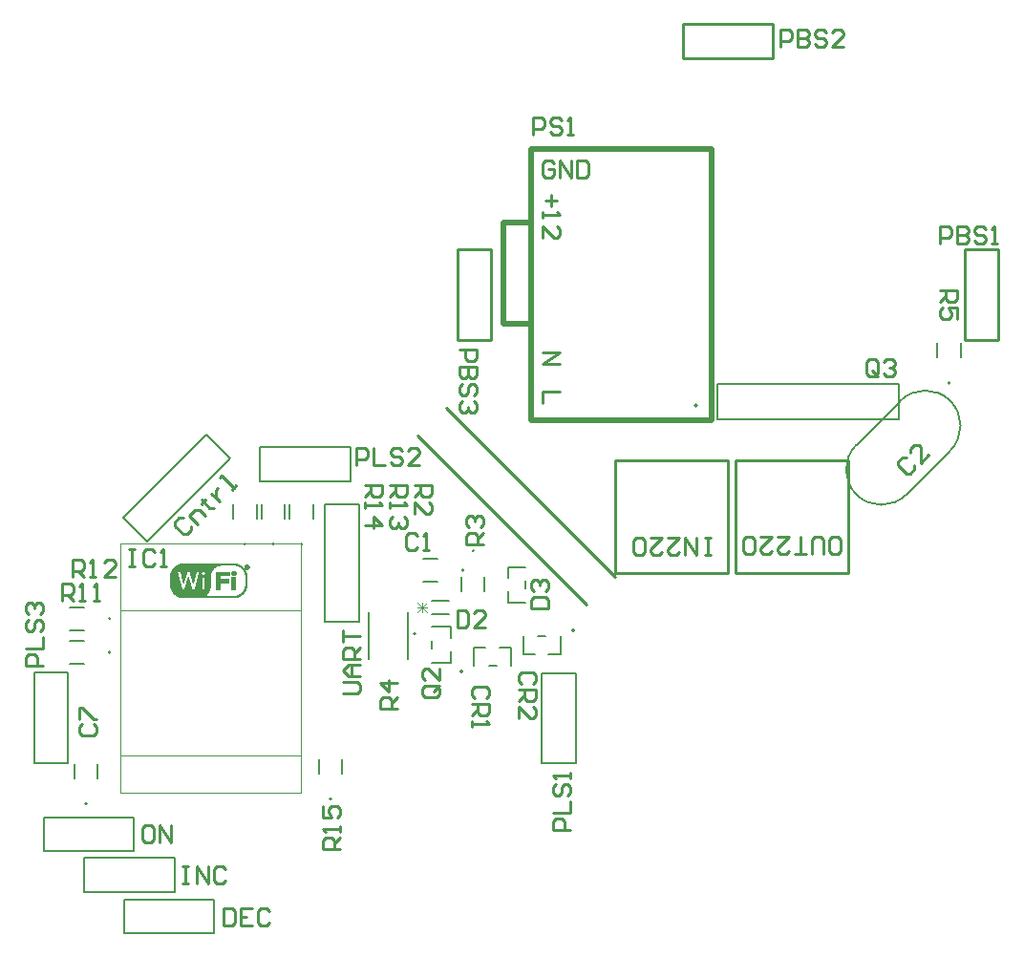
<source format=gto>
G04 Layer_Color=65535*
%FSLAX44Y44*%
%MOMM*%
G71*
G01*
G75*
%ADD21C,0.5000*%
%ADD44C,0.1524*%
%ADD45C,0.1500*%
%ADD46C,0.2540*%
%ADD47C,0.1000*%
%ADD48C,0.0127*%
%ADD49C,0.0762*%
D21*
X451000Y754000D02*
X611000D01*
Y514000D02*
Y754000D01*
X451000Y514000D02*
Y754000D01*
Y514000D02*
X611000D01*
X426000Y689000D02*
X451000D01*
X426000Y599000D02*
Y689000D01*
Y599000D02*
X451000D01*
D44*
X348036Y324525D02*
G03*
X348036Y324525I-762J0D01*
G01*
X390662Y381000D02*
G03*
X390662Y381000I-762J0D01*
G01*
X247762Y404100D02*
G03*
X247762Y404100I-762J0D01*
G01*
X399762Y397900D02*
G03*
X399762Y397900I-762J0D01*
G01*
X821762Y547100D02*
G03*
X821762Y547100I-762J0D01*
G01*
X822095Y486912D02*
G03*
X822095Y531095I-22091J22091D01*
G01*
D02*
G03*
X777912Y531095I-22091J-22091D01*
G01*
X738938Y492121D02*
G03*
X783121Y447938I22091J-22091D01*
G01*
X598245Y527000D02*
G03*
X598245Y527000I-1270J0D01*
G01*
X197762Y404100D02*
G03*
X197762Y404100I-762J0D01*
G01*
X222762D02*
G03*
X222762Y404100I-762J0D01*
G01*
X489210Y327622D02*
G03*
X489210Y327622I-1270J0D01*
G01*
X389830Y291206D02*
G03*
X389830Y291206I-1270J0D01*
G01*
X77662Y338000D02*
G03*
X77662Y338000I-762J0D01*
G01*
Y308000D02*
G03*
X77662Y308000I-762J0D01*
G01*
X56762Y174100D02*
G03*
X56762Y174100I-762J0D01*
G01*
X273762Y178100D02*
G03*
X273762Y178100I-762J0D01*
G01*
X379095Y321040D02*
Y331256D01*
X362585Y318485D02*
X362585Y311515D01*
Y298744D02*
X379095Y298744D01*
Y308960D01*
X362585Y331256D02*
X379095Y331256D01*
X354678Y370713D02*
X367323D01*
X354678Y391287D02*
X367323D01*
X306728Y343801D02*
X306728Y302199D01*
X341272D02*
X341272Y343801D01*
X362253Y342285D02*
X377747D01*
X362253Y353715D02*
X377747D01*
X236713Y426678D02*
Y439323D01*
X257287Y426678D02*
Y439323D01*
X409287Y362677D02*
Y375322D01*
X388713Y362677D02*
Y375322D01*
X430253Y352252D02*
X445747D01*
X430253Y374121D02*
X430253Y383748D01*
X445747D01*
Y364621D02*
Y371379D01*
X430253Y361879D02*
X430253Y352252D01*
X831287Y582323D02*
X831287Y569677D01*
X810713Y569678D02*
Y582323D01*
X783121Y447938D02*
X822095Y486912D01*
X738938Y492121D02*
X777912Y531095D01*
X615400Y514300D02*
X776690D01*
Y546050D01*
X615400D02*
X776690D01*
X615400Y514300D02*
Y546050D01*
X186713Y426678D02*
Y439323D01*
X207287Y426678D02*
Y439323D01*
X211713Y426678D02*
Y439323D01*
X232287Y426678D02*
Y439323D01*
X476510Y306159D02*
X476510Y322669D01*
X443490Y306159D02*
X453833D01*
X443490Y322669D02*
X443490Y306159D01*
X456667Y322669D02*
X463333D01*
X466167Y306159D02*
X476510D01*
X399990Y296159D02*
X399990Y312669D01*
X422667D02*
X433010D01*
X433010Y296159D01*
X413167D02*
X419833D01*
X399990Y312669D02*
X410333D01*
X41677Y327713D02*
X54323D01*
X41677Y348287D02*
X54323D01*
X41677Y297713D02*
X54323D01*
X41677Y318287D02*
X54323D01*
X45713Y196677D02*
Y209322D01*
X66287Y196677D02*
Y209322D01*
X262713Y200678D02*
Y213323D01*
X283287Y200678D02*
Y213323D01*
D45*
X290250Y460050D02*
Y490050D01*
X210250D02*
X290250D01*
X210250Y460050D02*
X290250D01*
X210250D02*
Y490050D01*
X89392Y427605D02*
X163072Y501286D01*
X110605Y406392D02*
X184286Y480073D01*
X89392Y427605D02*
X110605Y406392D01*
X163108Y501321D02*
X184321Y480108D01*
X298000Y334800D02*
Y439000D01*
X268000Y334800D02*
Y439000D01*
X298000D01*
X268000Y334750D02*
X298000D01*
X460050Y209750D02*
X490050D01*
Y289750D01*
X460050Y209750D02*
Y289750D01*
X490050D01*
X9950Y290250D02*
X39950D01*
X9950Y210250D02*
Y290250D01*
X39950Y210250D02*
Y290250D01*
X9950Y210250D02*
X39950D01*
X18750Y161950D02*
X18750Y131950D01*
X98750D01*
X18750Y161950D02*
X98750D01*
Y131950D02*
Y161950D01*
X54580Y95720D02*
Y125720D01*
Y95720D02*
X134580D01*
X54580Y125720D02*
X134580D01*
Y95720D02*
Y125720D01*
X89750Y58950D02*
Y88950D01*
Y58950D02*
X169750Y58950D01*
X89750Y88950D02*
X169750Y88950D01*
Y58950D02*
Y88950D01*
D46*
X375000Y525000D02*
X525000Y375000D01*
X350000Y500000D02*
X500000Y350000D01*
X632000Y378000D02*
Y478000D01*
X732000D01*
X632000Y378000D02*
X732000D01*
Y478000D01*
X525000Y378000D02*
Y478000D01*
X625000D01*
X525000Y378000D02*
X625000D01*
Y478000D01*
X585000Y865000D02*
X665000D01*
X585000Y835000D02*
Y865000D01*
Y835000D02*
X665000D01*
Y865000D01*
X385000Y585000D02*
Y665000D01*
Y585000D02*
X415000Y585000D01*
X415000Y665000D01*
X385000D02*
X415000D01*
X865000Y585000D02*
Y665000D01*
X835000D02*
X865000D01*
X835000Y585000D02*
Y665000D01*
Y585000D02*
X865000D01*
X350157Y411696D02*
X347617Y414235D01*
X342539D01*
X340000Y411696D01*
Y401539D01*
X342539Y399000D01*
X347617D01*
X350157Y401539D01*
X355235Y399000D02*
X360313D01*
X357774D01*
Y414235D01*
X355235Y411696D01*
X332000Y258000D02*
X316765D01*
Y265618D01*
X319304Y268157D01*
X324383D01*
X326922Y265618D01*
Y258000D01*
Y263078D02*
X332000Y268157D01*
Y280853D02*
X316765D01*
X324383Y273235D01*
Y283392D01*
X717483Y395590D02*
X722561D01*
X725100Y398129D01*
Y408286D01*
X722561Y410825D01*
X717483D01*
X714944Y408286D01*
Y398129D01*
X717483Y395590D01*
X709865D02*
Y408286D01*
X707326Y410825D01*
X702248D01*
X699709Y408286D01*
Y395590D01*
X694630D02*
X684474D01*
X689552D01*
Y410825D01*
X669239D02*
X679395D01*
X669239Y400668D01*
Y398129D01*
X671778Y395590D01*
X676856D01*
X679395Y398129D01*
X654004Y410825D02*
X664160D01*
X654004Y400668D01*
Y398129D01*
X656543Y395590D01*
X661621D01*
X664160Y398129D01*
X648925D02*
X646386Y395590D01*
X641308D01*
X638768Y398129D01*
Y408286D01*
X641308Y410825D01*
X646386D01*
X648925Y408286D01*
Y398129D01*
X610000Y394765D02*
X604922D01*
X607461D01*
Y410000D01*
X610000D01*
X604922D01*
X597304D02*
Y394765D01*
X587147Y410000D01*
Y394765D01*
X571912Y410000D02*
X582069D01*
X571912Y399843D01*
Y397304D01*
X574451Y394765D01*
X579530D01*
X582069Y397304D01*
X556677Y410000D02*
X566834D01*
X556677Y399843D01*
Y397304D01*
X559216Y394765D01*
X564295D01*
X566834Y397304D01*
X551599D02*
X549060Y394765D01*
X543981D01*
X541442Y397304D01*
Y407461D01*
X543981Y410000D01*
X549060D01*
X551599Y407461D01*
Y397304D01*
X283765Y272000D02*
X296461D01*
X299000Y274539D01*
Y279618D01*
X296461Y282157D01*
X283765D01*
X299000Y287235D02*
X288843D01*
X283765Y292313D01*
X288843Y297392D01*
X299000D01*
X291383D01*
Y287235D01*
X299000Y302470D02*
X283765D01*
Y310088D01*
X286304Y312627D01*
X291383D01*
X293922Y310088D01*
Y302470D01*
Y307549D02*
X299000Y312627D01*
X283765Y317705D02*
Y327862D01*
Y322784D01*
X299000D01*
X281000Y134000D02*
X265765D01*
Y141617D01*
X268304Y144157D01*
X273382D01*
X275922Y141617D01*
Y134000D01*
Y139078D02*
X281000Y144157D01*
Y149235D02*
Y154313D01*
Y151774D01*
X265765D01*
X268304Y149235D01*
X265765Y172088D02*
Y161931D01*
X273382D01*
X270843Y167009D01*
Y169548D01*
X273382Y172088D01*
X278461D01*
X281000Y169548D01*
Y164470D01*
X278461Y161931D01*
X303000Y456000D02*
X318235D01*
Y448382D01*
X315696Y445843D01*
X310618D01*
X308078Y448382D01*
Y456000D01*
Y450922D02*
X303000Y445843D01*
Y440765D02*
Y435687D01*
Y438226D01*
X318235D01*
X315696Y440765D01*
X303000Y420452D02*
X318235D01*
X310618Y428069D01*
Y417912D01*
X325000Y456000D02*
X340235D01*
Y448382D01*
X337696Y445843D01*
X332617D01*
X330078Y448382D01*
Y456000D01*
Y450922D02*
X325000Y445843D01*
Y440765D02*
Y435687D01*
Y438226D01*
X340235D01*
X337696Y440765D01*
Y428069D02*
X340235Y425530D01*
Y420452D01*
X337696Y417912D01*
X335157D01*
X332617Y420452D01*
Y422991D01*
Y420452D01*
X330078Y417912D01*
X327539D01*
X325000Y420452D01*
Y425530D01*
X327539Y428069D01*
X44000Y375000D02*
Y390235D01*
X51617D01*
X54157Y387696D01*
Y382617D01*
X51617Y380078D01*
X44000D01*
X49078D02*
X54157Y375000D01*
X59235D02*
X64313D01*
X61774D01*
Y390235D01*
X59235Y387696D01*
X82088Y375000D02*
X71931D01*
X82088Y385157D01*
Y387696D01*
X79549Y390235D01*
X74470D01*
X71931Y387696D01*
X35000Y354000D02*
Y369235D01*
X42618D01*
X45157Y366696D01*
Y361618D01*
X42618Y359078D01*
X35000D01*
X40078D02*
X45157Y354000D01*
X50235D02*
X55313D01*
X52774D01*
Y369235D01*
X50235Y366696D01*
X62931Y354000D02*
X68009D01*
X65470D01*
Y369235D01*
X62931Y366696D01*
X813000Y629000D02*
X828235D01*
Y621382D01*
X825696Y618843D01*
X820618D01*
X818078Y621382D01*
Y629000D01*
Y623922D02*
X813000Y618843D01*
X828235Y603608D02*
Y613765D01*
X820618D01*
X823157Y608687D01*
Y606147D01*
X820618Y603608D01*
X815539D01*
X813000Y606147D01*
Y611226D01*
X815539Y613765D01*
X408000Y404000D02*
X392765D01*
Y411618D01*
X395304Y414157D01*
X400382D01*
X402922Y411618D01*
Y404000D01*
Y409078D02*
X408000Y414157D01*
X395304Y419235D02*
X392765Y421774D01*
Y426853D01*
X395304Y429392D01*
X397843D01*
X400382Y426853D01*
Y424313D01*
Y426853D01*
X402922Y429392D01*
X405461D01*
X408000Y426853D01*
Y421774D01*
X405461Y419235D01*
X347000Y456000D02*
X362235D01*
Y448382D01*
X359696Y445843D01*
X354618D01*
X352078Y448382D01*
Y456000D01*
Y450922D02*
X347000Y445843D01*
Y430608D02*
Y440765D01*
X357157Y430608D01*
X359696D01*
X362235Y433147D01*
Y438226D01*
X359696Y440765D01*
X758157Y555539D02*
Y565696D01*
X755618Y568235D01*
X750539D01*
X748000Y565696D01*
Y555539D01*
X750539Y553000D01*
X755618D01*
X753078Y558078D02*
X758157Y553000D01*
X755618D02*
X758157Y555539D01*
X763235Y565696D02*
X765774Y568235D01*
X770853D01*
X773392Y565696D01*
Y563157D01*
X770853Y560617D01*
X768313D01*
X770853D01*
X773392Y558078D01*
Y555539D01*
X770853Y553000D01*
X765774D01*
X763235Y555539D01*
X366461Y278157D02*
X356304D01*
X353765Y275618D01*
Y270539D01*
X356304Y268000D01*
X366461D01*
X369000Y270539D01*
Y275618D01*
X363922Y273078D02*
X369000Y278157D01*
Y275618D02*
X366461Y278157D01*
X369000Y293392D02*
Y283235D01*
X358843Y293392D01*
X356304D01*
X353765Y290853D01*
Y285774D01*
X356304Y283235D01*
X18000Y296000D02*
X2765D01*
Y303617D01*
X5304Y306157D01*
X10382D01*
X12922Y303617D01*
Y296000D01*
X2765Y311235D02*
X18000D01*
Y321392D01*
X5304Y336627D02*
X2765Y334088D01*
Y329009D01*
X5304Y326470D01*
X7843D01*
X10382Y329009D01*
Y334088D01*
X12922Y336627D01*
X15461D01*
X18000Y334088D01*
Y329009D01*
X15461Y326470D01*
X5304Y341705D02*
X2765Y344244D01*
Y349323D01*
X5304Y351862D01*
X7843D01*
X10382Y349323D01*
Y346784D01*
Y349323D01*
X12922Y351862D01*
X15461D01*
X18000Y349323D01*
Y344244D01*
X15461Y341705D01*
X296000Y474000D02*
Y489235D01*
X303617D01*
X306157Y486696D01*
Y481618D01*
X303617Y479078D01*
X296000D01*
X311235Y489235D02*
Y474000D01*
X321392D01*
X336627Y486696D02*
X334088Y489235D01*
X329009D01*
X326470Y486696D01*
Y484157D01*
X329009Y481618D01*
X334088D01*
X336627Y479078D01*
Y476539D01*
X334088Y474000D01*
X329009D01*
X326470Y476539D01*
X351862Y474000D02*
X341705D01*
X351862Y484157D01*
Y486696D01*
X349323Y489235D01*
X344244D01*
X341705Y486696D01*
X485000Y151000D02*
X469765D01*
Y158617D01*
X472304Y161157D01*
X477383D01*
X479922Y158617D01*
Y151000D01*
X469765Y166235D02*
X485000D01*
Y176392D01*
X472304Y191627D02*
X469765Y189088D01*
Y184009D01*
X472304Y181470D01*
X474843D01*
X477383Y184009D01*
Y189088D01*
X479922Y191627D01*
X482461D01*
X485000Y189088D01*
Y184009D01*
X482461Y181470D01*
X485000Y196705D02*
Y201784D01*
Y199244D01*
X469765D01*
X472304Y196705D01*
X387000Y576600D02*
X402235D01*
Y568983D01*
X399696Y566443D01*
X394618D01*
X392078Y568983D01*
Y576600D01*
X402235Y561365D02*
X387000D01*
Y553747D01*
X389539Y551208D01*
X392078D01*
X394618Y553747D01*
Y561365D01*
Y553747D01*
X397157Y551208D01*
X399696D01*
X402235Y553747D01*
Y561365D01*
X399696Y535973D02*
X402235Y538512D01*
Y543591D01*
X399696Y546130D01*
X397157D01*
X394618Y543591D01*
Y538512D01*
X392078Y535973D01*
X389539D01*
X387000Y538512D01*
Y543591D01*
X389539Y546130D01*
X399696Y530895D02*
X402235Y528356D01*
Y523277D01*
X399696Y520738D01*
X397157D01*
X394618Y523277D01*
Y525816D01*
Y523277D01*
X392078Y520738D01*
X389539D01*
X387000Y523277D01*
Y528356D01*
X389539Y530895D01*
X671200Y845000D02*
Y860235D01*
X678818D01*
X681357Y857696D01*
Y852617D01*
X678818Y850078D01*
X671200D01*
X686435Y860235D02*
Y845000D01*
X694053D01*
X696592Y847539D01*
Y850078D01*
X694053Y852617D01*
X686435D01*
X694053D01*
X696592Y855157D01*
Y857696D01*
X694053Y860235D01*
X686435D01*
X711827Y857696D02*
X709288Y860235D01*
X704209D01*
X701670Y857696D01*
Y855157D01*
X704209Y852617D01*
X709288D01*
X711827Y850078D01*
Y847539D01*
X709288Y845000D01*
X704209D01*
X701670Y847539D01*
X727062Y845000D02*
X716905D01*
X727062Y855157D01*
Y857696D01*
X724523Y860235D01*
X719444D01*
X716905Y857696D01*
X813000Y670400D02*
Y685635D01*
X820618D01*
X823157Y683096D01*
Y678018D01*
X820618Y675478D01*
X813000D01*
X828235Y685635D02*
Y670400D01*
X835853D01*
X838392Y672939D01*
Y675478D01*
X835853Y678018D01*
X828235D01*
X835853D01*
X838392Y680557D01*
Y683096D01*
X835853Y685635D01*
X828235D01*
X853627Y683096D02*
X851088Y685635D01*
X846009D01*
X843470Y683096D01*
Y680557D01*
X846009Y678018D01*
X851088D01*
X853627Y675478D01*
Y672939D01*
X851088Y670400D01*
X846009D01*
X843470Y672939D01*
X858705Y670400D02*
X863783D01*
X861244D01*
Y685635D01*
X858705Y683096D01*
X113617Y155235D02*
X108539D01*
X106000Y152696D01*
Y142539D01*
X108539Y140000D01*
X113617D01*
X116157Y142539D01*
Y152696D01*
X113617Y155235D01*
X121235Y140000D02*
Y155235D01*
X131392Y140000D01*
Y155235D01*
X142000Y118235D02*
X147078D01*
X144539D01*
Y103000D01*
X142000D01*
X147078D01*
X154696D02*
Y118235D01*
X164853Y103000D01*
Y118235D01*
X180088Y115696D02*
X177549Y118235D01*
X172470D01*
X169931Y115696D01*
Y105539D01*
X172470Y103000D01*
X177549D01*
X180088Y105539D01*
X94000Y399235D02*
X99078D01*
X96539D01*
Y384000D01*
X94000D01*
X99078D01*
X116853Y396696D02*
X114313Y399235D01*
X109235D01*
X106696Y396696D01*
Y386539D01*
X109235Y384000D01*
X114313D01*
X116853Y386539D01*
X121931Y384000D02*
X127009D01*
X124470D01*
Y399235D01*
X121931Y396696D01*
X178000Y81235D02*
Y66000D01*
X185618D01*
X188157Y68539D01*
Y78696D01*
X185618Y81235D01*
X178000D01*
X203392D02*
X193235D01*
Y66000D01*
X203392D01*
X193235Y73618D02*
X198313D01*
X218627Y78696D02*
X216088Y81235D01*
X211009D01*
X208470Y78696D01*
Y68539D01*
X211009Y66000D01*
X216088D01*
X218627Y68539D01*
X450765Y347000D02*
X466000D01*
Y354618D01*
X463461Y357157D01*
X453304D01*
X450765Y354618D01*
Y347000D01*
X453304Y362235D02*
X450765Y364774D01*
Y369853D01*
X453304Y372392D01*
X455843D01*
X458382Y369853D01*
Y367313D01*
Y369853D01*
X460922Y372392D01*
X463461D01*
X466000Y369853D01*
Y364774D01*
X463461Y362235D01*
X385000Y345235D02*
Y330000D01*
X392617D01*
X395157Y332539D01*
Y342696D01*
X392617Y345235D01*
X385000D01*
X410392Y330000D02*
X400235D01*
X410392Y340157D01*
Y342696D01*
X407853Y345235D01*
X402774D01*
X400235Y342696D01*
X410696Y267843D02*
X413235Y270382D01*
Y275461D01*
X410696Y278000D01*
X400539D01*
X398000Y275461D01*
Y270382D01*
X400539Y267843D01*
X398000Y262765D02*
X413235D01*
Y255147D01*
X410696Y252608D01*
X405617D01*
X403078Y255147D01*
Y262765D01*
Y257687D02*
X398000Y252608D01*
Y247530D02*
Y242451D01*
Y244991D01*
X413235D01*
X410696Y247530D01*
X142205Y427159D02*
X138614D01*
X135023Y423568D01*
Y419977D01*
X142205Y412795D01*
X145795D01*
X149386Y416386D01*
Y419977D01*
X154773Y421773D02*
X147591Y428955D01*
X152977Y434341D01*
X156568D01*
X161955Y428955D01*
X158364Y443318D02*
X160159Y441523D01*
X158364Y439728D01*
X161955Y443318D01*
X160159Y441523D01*
X165546Y436137D01*
X169137Y436137D01*
X167341Y448705D02*
X174523Y441523D01*
X170932Y445114D01*
Y448705D01*
Y452296D01*
X172728Y454091D01*
X185296Y452296D02*
X188887Y455887D01*
X187091Y454091D01*
X176318Y464864D01*
X174523Y463069D01*
X52304Y244157D02*
X49765Y241618D01*
Y236539D01*
X52304Y234000D01*
X62461D01*
X65000Y236539D01*
Y241618D01*
X62461Y244157D01*
X49765Y249235D02*
Y259392D01*
X52304D01*
X62461Y249235D01*
X65000D01*
X783204Y481159D02*
X779614D01*
X776023Y477568D01*
Y473977D01*
X783204Y466796D01*
X786796D01*
X790386Y470386D01*
Y473977D01*
X802955Y482955D02*
X795773Y475773D01*
Y490137D01*
X793977Y491932D01*
X790386D01*
X786796Y488341D01*
Y484750D01*
X452696Y279843D02*
X455235Y282383D01*
Y287461D01*
X452696Y290000D01*
X442539D01*
X440000Y287461D01*
Y282383D01*
X442539Y279843D01*
X440000Y274765D02*
X455235D01*
Y267147D01*
X452696Y264608D01*
X447617D01*
X445078Y267147D01*
Y274765D01*
Y269687D02*
X440000Y264608D01*
Y249373D02*
Y259530D01*
X450157Y249373D01*
X452696D01*
X455235Y251912D01*
Y256991D01*
X452696Y259530D01*
X452000Y767000D02*
Y782235D01*
X459618D01*
X462157Y779696D01*
Y774617D01*
X459618Y772078D01*
X452000D01*
X477392Y779696D02*
X474853Y782235D01*
X469774D01*
X467235Y779696D01*
Y777157D01*
X469774Y774617D01*
X474853D01*
X477392Y772078D01*
Y769539D01*
X474853Y767000D01*
X469774D01*
X467235Y769539D01*
X482470Y767000D02*
X487548D01*
X485009D01*
Y782235D01*
X482470Y779696D01*
X476235Y539000D02*
X461000D01*
Y528843D01*
Y574000D02*
X476235D01*
X461000Y563843D01*
X476235D01*
X468618Y714000D02*
Y703843D01*
X473696Y708922D02*
X463539D01*
X461000Y698765D02*
Y693687D01*
Y696226D01*
X476235D01*
X473696Y698765D01*
X461000Y675912D02*
Y686069D01*
X471157Y675912D01*
X473696D01*
X476235Y678452D01*
Y683530D01*
X473696Y686069D01*
X471157Y741696D02*
X468618Y744235D01*
X463539D01*
X461000Y741696D01*
Y731539D01*
X463539Y729000D01*
X468618D01*
X471157Y731539D01*
Y736618D01*
X466078D01*
X476235Y729000D02*
Y744235D01*
X486392Y729000D01*
Y744235D01*
X491470D02*
Y729000D01*
X499088D01*
X501627Y731539D01*
Y741696D01*
X499088Y744235D01*
X491470D01*
D47*
X246778Y183834D02*
Y404334D01*
X86778Y183834D02*
X246778D01*
X86778Y404334D02*
X86778Y183834D01*
X86270Y196436D02*
X86778Y196944D01*
Y404334D02*
X246778D01*
X87794Y216334D02*
X246778D01*
X86778Y345334D02*
X246778Y345334D01*
D48*
X141007Y357091D02*
X187997D01*
X140118Y357218D02*
X189013D01*
X139483Y357345D02*
X189521D01*
X138975Y357472D02*
X190029Y357472D01*
X138594Y357599D02*
X190410D01*
X138213Y357726D02*
X190791D01*
X137832Y357853D02*
X191172Y357853D01*
X137578Y357980D02*
X191426Y357980D01*
X137324Y358107D02*
X191680Y358107D01*
X188251Y358234D02*
X191934Y358234D01*
X137070D02*
X161200D01*
X189140Y358361D02*
X192188Y358361D01*
X136816Y358361D02*
X161327D01*
X189775Y358488D02*
X192442Y358488D01*
X136562D02*
X161581Y358488D01*
X190156Y358615D02*
X192696Y358615D01*
X136308D02*
X161708Y358615D01*
X190537Y358742D02*
X192950Y358742D01*
X136054D02*
X161835D01*
X190918Y358869D02*
X193077D01*
X135927D02*
X161962D01*
X191172Y358996D02*
X193331D01*
X135673D02*
X162089D01*
X191426Y359123D02*
X193458D01*
X135546D02*
X162216D01*
X191680Y359250D02*
X193585D01*
X135292D02*
X162343Y359250D01*
X191934Y359377D02*
X193839D01*
X135165Y359377D02*
X162470Y359377D01*
X192188Y359504D02*
X193966D01*
X135038Y359504D02*
X162597Y359504D01*
X192442Y359631D02*
X194093Y359631D01*
X134911Y359631D02*
X162724D01*
X192569Y359758D02*
X194220Y359758D01*
X134784Y359758D02*
X162851D01*
X192823Y359885D02*
X194474D01*
X134530D02*
X162978Y359885D01*
X192950Y360012D02*
X194601D01*
X134403D02*
X163105D01*
X193077Y360139D02*
X194728D01*
X134276D02*
X163105D01*
X193331Y360266D02*
X194855Y360266D01*
X134149Y360266D02*
X163232Y360266D01*
X193458Y360393D02*
X194982Y360393D01*
X134022Y360393D02*
X163359Y360393D01*
X193585Y360520D02*
X195109D01*
X133895D02*
X163486D01*
X193712Y360647D02*
X195236D01*
X133768D02*
X163613D01*
X193839Y360774D02*
X195363D01*
X133641D02*
X163613D01*
X194093Y360901D02*
X195490D01*
X133514D02*
X163740D01*
X194220Y361028D02*
X195490D01*
X133387D02*
X163867D01*
X194347Y361155D02*
X195617D01*
X133387Y361155D02*
X163867Y361155D01*
X194474Y361282D02*
X195744Y361282D01*
X133260D02*
X163994Y361282D01*
X194474Y361409D02*
X195871Y361409D01*
X133133Y361409D02*
X164121Y361409D01*
X194601Y361536D02*
X195998Y361536D01*
X133006Y361536D02*
X164121Y361536D01*
X194728Y361663D02*
X195998D01*
X133006Y361663D02*
X164248D01*
X194855Y361790D02*
X196125D01*
X132879Y361790D02*
X164375D01*
X194982Y361917D02*
X196252D01*
X132752D02*
X164375D01*
X195109Y362044D02*
X196379D01*
X132625D02*
X164502D01*
X195109Y362171D02*
X196379Y362171D01*
X132625D02*
X164502D01*
X195236Y362298D02*
X196506Y362298D01*
X132498Y362298D02*
X164629D01*
X195363Y362425D02*
X196633D01*
X132371Y362425D02*
X164629D01*
X195490Y362552D02*
X196633D01*
X132371D02*
X164756D01*
X195490Y362679D02*
X196760D01*
X132244D02*
X164756D01*
X195617Y362806D02*
X196760D01*
X132244D02*
X164883D01*
X195744Y362933D02*
X196887D01*
X132117D02*
X164883D01*
X195744Y363060D02*
X196887Y363060D01*
X131990Y363060D02*
X165010Y363060D01*
X195871Y363187D02*
X197014Y363187D01*
X131990D02*
X165010D01*
X195871Y363314D02*
X197014Y363314D01*
X131863D02*
X165010D01*
X195998Y363441D02*
X197141Y363441D01*
X131863Y363441D02*
X165137Y363441D01*
X195998Y363568D02*
X197141D01*
X131736D02*
X165137Y363568D01*
X196125Y363695D02*
X197268D01*
X131736D02*
X165264Y363695D01*
X196125Y363822D02*
X197268D01*
X131736Y363822D02*
X165264Y363822D01*
X196252Y363949D02*
X197395Y363949D01*
X131609D02*
X165264D01*
X196252Y364076D02*
X197395Y364076D01*
X131609Y364076D02*
X165391D01*
X196379Y364203D02*
X197522Y364203D01*
X188251D02*
X188378Y364203D01*
X185838Y364203D02*
X187870Y364203D01*
X185330Y364203D02*
X185584D01*
X171487Y364203D02*
X174662Y364203D01*
X161454Y364203D02*
X165391Y364203D01*
X152310D02*
X158279D01*
X150024Y364203D02*
X150278D01*
X149770Y364203D02*
X149897Y364203D01*
X143166Y364203D02*
X149516Y364203D01*
X141007Y364203D02*
X141134Y364203D01*
X131482Y364203D02*
X140753D01*
X196379Y364330D02*
X197522D01*
X185076D02*
X188378D01*
X171233D02*
X174662D01*
X161454D02*
X165391D01*
X152310D02*
X158152D01*
X143420D02*
X149516Y364330D01*
X131482Y364330D02*
X140626D01*
X196506Y364457D02*
X197522D01*
X185076D02*
X188378D01*
X171233D02*
X174662D01*
X161454D02*
X165518D01*
X152437D02*
X158152D01*
X143420D02*
X149516D01*
X131482D02*
X140626D01*
X196506Y364584D02*
X197649D01*
X185076D02*
X188378D01*
X171233D02*
X174662D01*
X161454D02*
X165518D01*
X152437D02*
X158152D01*
X143420D02*
X149389D01*
X131355D02*
X140626D01*
X196506Y364711D02*
X197649D01*
X185076D02*
X188378D01*
X171233D02*
X174662D01*
X161454D02*
X165518D01*
X152437D02*
X158279D01*
X143547D02*
X149389D01*
X131355D02*
X140499D01*
X196633Y364838D02*
X197649D01*
X185076D02*
X188378D01*
X171233D02*
X174662D01*
X161454D02*
X165518D01*
X152437D02*
X158279D01*
X143547D02*
X149389D01*
X131228D02*
X140499D01*
X196633Y364965D02*
X197776Y364965D01*
X185076D02*
X188378D01*
X171233D02*
X174662D01*
X161454Y364965D02*
X165645Y364965D01*
X152564D02*
X158152D01*
X143547D02*
X149262D01*
X131228Y364965D02*
X140499D01*
X196633Y365092D02*
X197776D01*
X185076D02*
X188378D01*
X171233Y365092D02*
X174662D01*
X161454D02*
X165645Y365092D01*
X152564D02*
X158152Y365092D01*
X143674Y365092D02*
X149262D01*
X131228Y365092D02*
X140499Y365092D01*
X196760Y365219D02*
X197776D01*
X185076Y365219D02*
X188378D01*
X171233D02*
X174662Y365219D01*
X161454D02*
X165645D01*
X152564D02*
X158152Y365219D01*
X143674D02*
X149262Y365219D01*
X131228Y365219D02*
X140372Y365219D01*
X196760Y365346D02*
X197903Y365346D01*
X185076Y365346D02*
X188378Y365346D01*
X171233Y365346D02*
X174662Y365346D01*
X161454Y365346D02*
X165645Y365346D01*
X152564D02*
X158152D01*
X143674Y365346D02*
X149262Y365346D01*
X131101D02*
X140372D01*
X196760Y365473D02*
X197903Y365473D01*
X185076Y365473D02*
X188378Y365473D01*
X171233D02*
X174662Y365473D01*
X161454Y365473D02*
X165772D01*
X152691D02*
X158152D01*
X143674D02*
X149135D01*
X131101Y365473D02*
X140372D01*
X196887Y365600D02*
X197903D01*
X185076D02*
X188378D01*
X171233D02*
X174662D01*
X161454D02*
X165772D01*
X152691D02*
X158152D01*
X143801D02*
X149135D01*
X131101Y365600D02*
X140245Y365600D01*
X196887Y365727D02*
X197903Y365727D01*
X185076Y365727D02*
X188378Y365727D01*
X171233D02*
X174662Y365727D01*
X161454D02*
X165772Y365727D01*
X152691D02*
X158152D01*
X143801Y365727D02*
X149135Y365727D01*
X130974Y365727D02*
X140245D01*
X196887Y365854D02*
X198030D01*
X185076D02*
X188378Y365854D01*
X171233Y365854D02*
X174662D01*
X161454D02*
X165772Y365854D01*
X152818Y365854D02*
X158152Y365854D01*
X143801Y365854D02*
X149008Y365854D01*
X130974Y365854D02*
X140245D01*
X196887Y365981D02*
X198030Y365981D01*
X185076D02*
X188378Y365981D01*
X171233D02*
X174662Y365981D01*
X161454Y365981D02*
X165772D01*
X152818Y365981D02*
X158152Y365981D01*
X143928Y365981D02*
X149008D01*
X130974D02*
X140245D01*
X197014Y366108D02*
X198030D01*
X185076Y366108D02*
X188378Y366108D01*
X171233D02*
X174662Y366108D01*
X161454Y366108D02*
X165899Y366108D01*
X152818D02*
X158152Y366108D01*
X143928Y366108D02*
X149008Y366108D01*
X130974Y366108D02*
X140118D01*
X197014Y366235D02*
X198030Y366235D01*
X185076Y366235D02*
X188378D01*
X171233D02*
X174662D01*
X161454D02*
X165899D01*
X152818D02*
X158152D01*
X143928Y366235D02*
X149008Y366235D01*
X130974D02*
X140118D01*
X197014Y366362D02*
X198030D01*
X185076D02*
X188378D01*
X171233D02*
X174662D01*
X161454D02*
X165899D01*
X152945D02*
X158152D01*
X143928D02*
X148881D01*
X130847D02*
X140118D01*
X197014Y366489D02*
X198157D01*
X185076D02*
X188378D01*
X171233D02*
X174662D01*
X161454D02*
X165899D01*
X152945D02*
X158152D01*
X144055D02*
X148881D01*
X130847D02*
X140118D01*
X197014Y366616D02*
X198157D01*
X185076D02*
X188378D01*
X171233D02*
X174662D01*
X161454D02*
X165899D01*
X152945D02*
X158152D01*
X144055D02*
X148881D01*
X130847D02*
X139991D01*
X197141Y366743D02*
X198157D01*
X185076D02*
X188378D01*
X171233D02*
X174662Y366743D01*
X161454Y366743D02*
X165899D01*
X152945D02*
X158152D01*
X144055D02*
X148754Y366743D01*
X130847Y366743D02*
X139991D01*
X197141Y366870D02*
X198157Y366870D01*
X185076D02*
X188378D01*
X171233D02*
X174662D01*
X161454Y366870D02*
X165899Y366870D01*
X153072D02*
X158152D01*
X144182D02*
X148754D01*
X130847D02*
X139991D01*
X197141Y366997D02*
X198157Y366997D01*
X185076D02*
X188378D01*
X171233Y366997D02*
X174662D01*
X161454D02*
X165899Y366997D01*
X153072D02*
X158152Y366997D01*
X144182Y366997D02*
X148754D01*
X130847D02*
X139991D01*
X197141Y367124D02*
X198157D01*
X185076D02*
X188378D01*
X171233D02*
X174662Y367124D01*
X161454D02*
X166026Y367124D01*
X153072Y367124D02*
X158152Y367124D01*
X144182Y367124D02*
X148627Y367124D01*
X130847D02*
X139864D01*
X197141Y367251D02*
X198284Y367251D01*
X185076Y367251D02*
X188378Y367251D01*
X171233Y367251D02*
X174662D01*
X161454Y367251D02*
X166026D01*
X153072Y367251D02*
X158152D01*
X144182D02*
X148627Y367251D01*
X130720Y367251D02*
X139864Y367251D01*
X197141Y367378D02*
X198284Y367378D01*
X185076D02*
X188378Y367378D01*
X171233D02*
X174662Y367378D01*
X161454D02*
X166026Y367378D01*
X153199Y367378D02*
X158152Y367378D01*
X144309D02*
X148627D01*
X130720Y367378D02*
X139864Y367378D01*
X197141Y367505D02*
X198284D01*
X185076D02*
X188378D01*
X171233D02*
X174662D01*
X161454D02*
X166026D01*
X153199D02*
X158152D01*
X144309D02*
X148627D01*
X130720D02*
X139737Y367505D01*
X197141Y367632D02*
X198284D01*
X185076D02*
X188378Y367632D01*
X171233D02*
X174662Y367632D01*
X161454D02*
X166026Y367632D01*
X153199Y367632D02*
X158152Y367632D01*
X144309Y367632D02*
X148500D01*
X130720D02*
X139737D01*
X197141Y367759D02*
X198284Y367759D01*
X185076D02*
X188378D01*
X171233Y367759D02*
X174662D01*
X161454D02*
X166026Y367759D01*
X153199D02*
X158152Y367759D01*
X144436D02*
X148500D01*
X130720Y367759D02*
X139737Y367759D01*
X197141Y367886D02*
X198284Y367886D01*
X185076D02*
X188378Y367886D01*
X171233D02*
X174662Y367886D01*
X161454Y367886D02*
X166026D01*
X153326Y367886D02*
X158152Y367886D01*
X144436Y367886D02*
X148500D01*
X130720Y367886D02*
X139737D01*
X197141Y368013D02*
X198284Y368013D01*
X185076D02*
X188378Y368013D01*
X171233D02*
X174662D01*
X161454D02*
X166026Y368013D01*
X153326D02*
X158152Y368013D01*
X144436D02*
X148373D01*
X130720D02*
X139610D01*
X197141Y368140D02*
X198284D01*
X185076D02*
X188378D01*
X171233D02*
X174662D01*
X161454D02*
X166026D01*
X153326D02*
X158152D01*
X144436D02*
X148373D01*
X130720Y368140D02*
X139610Y368140D01*
X197141Y368267D02*
X198284D01*
X185076D02*
X188378D01*
X171233D02*
X174662D01*
X161454D02*
X166026D01*
X153453D02*
X158152D01*
X144563D02*
X148373D01*
X130720D02*
X139610D01*
X197141Y368394D02*
X198284D01*
X185076D02*
X188378D01*
X171233D02*
X174662D01*
X161454D02*
X166026D01*
X153453D02*
X158152D01*
X144563D02*
X148373D01*
X130720D02*
X139610D01*
X197141Y368521D02*
X198284D01*
X185076D02*
X188378D01*
X171233D02*
X174662D01*
X161454D02*
X166026D01*
X153453D02*
X158152D01*
X144563D02*
X148246D01*
X130720D02*
X139483D01*
X197141Y368648D02*
X198284D01*
X185076D02*
X188378D01*
X171233D02*
X174662Y368648D01*
X161454Y368648D02*
X166026D01*
X153453Y368648D02*
X158152Y368648D01*
X144690Y368648D02*
X148246D01*
X130720Y368648D02*
X139483D01*
X197141Y368775D02*
X198284Y368775D01*
X185076D02*
X188378D01*
X171233D02*
X174662Y368775D01*
X161454D02*
X166026Y368775D01*
X153580Y368775D02*
X158152Y368775D01*
X144690Y368775D02*
X148246D01*
X130720Y368775D02*
X139483Y368775D01*
X197141Y368902D02*
X198284Y368902D01*
X185076D02*
X188378Y368902D01*
X171233Y368902D02*
X174662D01*
X161454D02*
X166026Y368902D01*
X153580Y368902D02*
X158152Y368902D01*
X144690D02*
X148246D01*
X130720Y368902D02*
X139483D01*
X197141Y369029D02*
X198284D01*
X185076D02*
X188378D01*
X171233D02*
X174662Y369029D01*
X161454D02*
X166026Y369029D01*
X153580D02*
X158152D01*
X144690Y369029D02*
X148119Y369029D01*
X130720D02*
X139356D01*
X197141Y369156D02*
X198284Y369156D01*
X185076D02*
X188378D01*
X171233Y369156D02*
X174662D01*
X161454Y369156D02*
X166026D01*
X153580D02*
X158152D01*
X144817Y369156D02*
X148119Y369156D01*
X130720Y369156D02*
X139356D01*
X197141Y369283D02*
X198284Y369283D01*
X185076D02*
X188378Y369283D01*
X171233D02*
X174662Y369283D01*
X161454D02*
X166026Y369283D01*
X153707Y369283D02*
X158152Y369283D01*
X144817D02*
X148119Y369283D01*
X130720D02*
X139356Y369283D01*
X197141Y369410D02*
X198284D01*
X185076D02*
X188378D01*
X171233D02*
X174662D01*
X161454D02*
X166026D01*
X153707D02*
X158152D01*
X144817D02*
X147992D01*
X130720D02*
X139229Y369410D01*
X197141Y369537D02*
X198284D01*
X185076D02*
X188378Y369537D01*
X171233D02*
X174662Y369537D01*
X161454D02*
X166026D01*
X153707D02*
X158152Y369537D01*
X144944Y369537D02*
X147992D01*
X130720D02*
X139229D01*
X197141Y369664D02*
X198284Y369664D01*
X185076D02*
X188378D01*
X171233Y369664D02*
X174662D01*
X161454D02*
X166026Y369664D01*
X153707Y369664D02*
X158152D01*
X150786Y369664D02*
X150913Y369664D01*
X144944Y369664D02*
X147992D01*
X130720Y369664D02*
X139229Y369664D01*
X197141Y369791D02*
X198284Y369791D01*
X185076D02*
X188378Y369791D01*
X171233D02*
X174662Y369791D01*
X161454Y369791D02*
X166026D01*
X153834D02*
X158152D01*
X150786D02*
X150913Y369791D01*
X144944Y369791D02*
X147865Y369791D01*
X130720Y369791D02*
X139229Y369791D01*
X197141Y369918D02*
X198284Y369918D01*
X185076D02*
X188378Y369918D01*
X171233D02*
X174662D01*
X161454D02*
X166026Y369918D01*
X153834Y369918D02*
X158152D01*
X150786D02*
X151040Y369918D01*
X145071Y369918D02*
X147865Y369918D01*
X130720Y369918D02*
X139102D01*
X197141Y370045D02*
X198284D01*
X185076D02*
X188378D01*
X171233D02*
X174662D01*
X161454D02*
X166026D01*
X153834D02*
X158152D01*
X150786D02*
X151040D01*
X145071D02*
X147865D01*
X142150D02*
X142277D01*
X130720D02*
X139102D01*
X197141Y370172D02*
X198284D01*
X185076D02*
X188378D01*
X171233D02*
X174662D01*
X161454D02*
X166026D01*
X153834D02*
X158152D01*
X150659D02*
X151040D01*
X145071D02*
X147865D01*
X142023D02*
X142277D01*
X130720D02*
X139102D01*
X197141Y370299D02*
X198284D01*
X185076D02*
X188378D01*
X171233D02*
X182282D01*
X161454D02*
X166026D01*
X153961D02*
X158152D01*
X150659D02*
X151040D01*
X145071D02*
X147738D01*
X142023D02*
X142277D01*
X130720D02*
X139102D01*
X197141Y370426D02*
X198284D01*
X185076D02*
X188378D01*
X171233D02*
X182282D01*
X161454D02*
X166026D01*
X153961D02*
X158152D01*
X150659D02*
X151167D01*
X145198D02*
X147738D01*
X142023D02*
X142404D01*
X130720D02*
X138975D01*
X197141Y370553D02*
X198284D01*
X185076D02*
X188378D01*
X171233D02*
X182282Y370553D01*
X161454Y370553D02*
X166026D01*
X153961Y370553D02*
X158152Y370553D01*
X150532D02*
X151167D01*
X145198D02*
X147738D01*
X142023D02*
X142404D01*
X130720D02*
X138975Y370553D01*
X197141Y370680D02*
X198284Y370680D01*
X185076D02*
X188378D01*
X171233D02*
X182282Y370680D01*
X161454D02*
X166026Y370680D01*
X154088Y370680D02*
X158152Y370680D01*
X150532D02*
X151167D01*
X145198Y370680D02*
X147611Y370680D01*
X141896D02*
X142404Y370680D01*
X130720Y370680D02*
X138975Y370680D01*
X197141Y370807D02*
X198284Y370807D01*
X185076D02*
X188378Y370807D01*
X171233Y370807D02*
X182282Y370807D01*
X161454Y370807D02*
X166026Y370807D01*
X154088Y370807D02*
X158152D01*
X150532D02*
X151167Y370807D01*
X145325Y370807D02*
X147611Y370807D01*
X141896D02*
X142404Y370807D01*
X130720Y370807D02*
X138848Y370807D01*
X197141Y370934D02*
X198284D01*
X185076D02*
X188378D01*
X171233D02*
X182282Y370934D01*
X161454Y370934D02*
X166026D01*
X154088D02*
X158152D01*
X150532D02*
X151167Y370934D01*
X145325Y370934D02*
X147611D01*
X141896Y370934D02*
X142531D01*
X130720Y370934D02*
X138848Y370934D01*
X197141Y371061D02*
X198284Y371061D01*
X185076D02*
X188378D01*
X171233D02*
X182282Y371061D01*
X161454Y371061D02*
X166026D01*
X154088Y371061D02*
X158152Y371061D01*
X150405Y371061D02*
X151294Y371061D01*
X145325D02*
X147611Y371061D01*
X141896D02*
X142531D01*
X130720D02*
X138848Y371061D01*
X197141Y371188D02*
X198284Y371188D01*
X185076D02*
X188378Y371188D01*
X171233D02*
X182282D01*
X161454Y371188D02*
X166026Y371188D01*
X154215D02*
X158152D01*
X150405Y371188D02*
X151294D01*
X145325Y371188D02*
X147484D01*
X141896Y371188D02*
X142531D01*
X130720D02*
X138848D01*
X197141Y371315D02*
X198284D01*
X185076D02*
X188378D01*
X171233D02*
X182282Y371315D01*
X161454Y371315D02*
X166026D01*
X154215Y371315D02*
X158152Y371315D01*
X150405D02*
X151294D01*
X145452Y371315D02*
X147484Y371315D01*
X141769D02*
X142658D01*
X130720D02*
X138721D01*
X197141Y371442D02*
X198284Y371442D01*
X185076D02*
X188378Y371442D01*
X171233D02*
X182282Y371442D01*
X161454D02*
X166026Y371442D01*
X154215Y371442D02*
X158152Y371442D01*
X150405Y371442D02*
X151294Y371442D01*
X145452D02*
X147484D01*
X141769D02*
X142658Y371442D01*
X130720Y371442D02*
X138721D01*
X197141Y371569D02*
X198284Y371569D01*
X185076D02*
X188378D01*
X171233Y371569D02*
X182282Y371569D01*
X161454Y371569D02*
X166026Y371569D01*
X154215Y371569D02*
X158152Y371569D01*
X150278D02*
X151421Y371569D01*
X145452Y371569D02*
X147357D01*
X141769Y371569D02*
X142658Y371569D01*
X130720Y371569D02*
X138721Y371569D01*
X197141Y371696D02*
X198284Y371696D01*
X185076D02*
X188378Y371696D01*
X171233D02*
X182282Y371696D01*
X161454Y371696D02*
X166026D01*
X154342D02*
X158152D01*
X150278D02*
X151421Y371696D01*
X145579Y371696D02*
X147357Y371696D01*
X141769Y371696D02*
X142785Y371696D01*
X130720Y371696D02*
X138721Y371696D01*
X197141Y371823D02*
X198284Y371823D01*
X185076D02*
X188378Y371823D01*
X171233D02*
X182282D01*
X161454D02*
X166026D01*
X154342D02*
X158152D01*
X150278D02*
X151421Y371823D01*
X145579D02*
X147357Y371823D01*
X141642D02*
X142785D01*
X130720D02*
X138594D01*
X197141Y371950D02*
X198284D01*
X185076D02*
X188378D01*
X171233D02*
X182282D01*
X161454D02*
X166026D01*
X154342D02*
X158152D01*
X150151D02*
X151421D01*
X145579D02*
X147357D01*
X141642D02*
X142785D01*
X130720D02*
X138594D01*
X197141Y372077D02*
X198284D01*
X185076D02*
X188378D01*
X171233D02*
X182282D01*
X161454D02*
X166026D01*
X154342D02*
X158152D01*
X150151D02*
X151548D01*
X145579D02*
X147230D01*
X141642D02*
X142785D01*
X130720D02*
X138594D01*
X197141Y372204D02*
X198284D01*
X185076D02*
X188378D01*
X171233D02*
X182282D01*
X161454D02*
X166026D01*
X154469D02*
X158152D01*
X150151D02*
X151548D01*
X145706D02*
X147230D01*
X141642D02*
X142912D01*
X130720D02*
X138594D01*
X197141Y372331D02*
X198284D01*
X185076D02*
X188378D01*
X171233D02*
X182282D01*
X161454D02*
X166026D01*
X154469D02*
X158152D01*
X150024D02*
X151548D01*
X145706D02*
X147230D01*
X141642D02*
X142912D01*
X130720D02*
X138467D01*
X197141Y372458D02*
X198284D01*
X185076D02*
X188378D01*
X171233D02*
X182282Y372458D01*
X161454Y372458D02*
X166026D01*
X154469D02*
X158152D01*
X150024D02*
X151548D01*
X145706D02*
X147103D01*
X141515D02*
X142912D01*
X130720D02*
X138467D01*
X197141Y372585D02*
X198284Y372585D01*
X185076D02*
X188378D01*
X171233D02*
X182282Y372585D01*
X161454D02*
X166026Y372585D01*
X154469Y372585D02*
X158152Y372585D01*
X150024Y372585D02*
X151548Y372585D01*
X145833D02*
X147103Y372585D01*
X141515Y372585D02*
X143039Y372585D01*
X130720Y372585D02*
X138467D01*
X197141Y372712D02*
X198284Y372712D01*
X185076D02*
X188378Y372712D01*
X171233Y372712D02*
X182282Y372712D01*
X161454Y372712D02*
X166026Y372712D01*
X154596D02*
X158152Y372712D01*
X150024Y372712D02*
X151675D01*
X145833Y372712D02*
X147103D01*
X141515Y372712D02*
X143039Y372712D01*
X130720D02*
X138340D01*
X197141Y372839D02*
X198284D01*
X185076D02*
X188378D01*
X171233D02*
X182282Y372839D01*
X161454Y372839D02*
X166026D01*
X154596D02*
X158152D01*
X149897Y372839D02*
X151675Y372839D01*
X145833D02*
X147103Y372839D01*
X141515Y372839D02*
X143039Y372839D01*
X130720Y372839D02*
X138340D01*
X197141Y372966D02*
X198284D01*
X185076D02*
X188378D01*
X171233D02*
X182282Y372966D01*
X161454Y372966D02*
X166026D01*
X154596D02*
X158152D01*
X149897Y372966D02*
X151675Y372966D01*
X145833Y372966D02*
X146976Y372966D01*
X141388Y372966D02*
X143039D01*
X130720D02*
X138340Y372966D01*
X197141Y373093D02*
X198284D01*
X185076D02*
X188378Y373093D01*
X171233D02*
X182282Y373093D01*
X161454D02*
X166026Y373093D01*
X154723Y373093D02*
X158152Y373093D01*
X149897Y373093D02*
X151675Y373093D01*
X145960D02*
X146976D01*
X141388Y373093D02*
X143166Y373093D01*
X130720Y373093D02*
X138340D01*
X197141Y373220D02*
X198284D01*
X185076D02*
X188378D01*
X171233D02*
X182282D01*
X161454D02*
X166026D01*
X154723Y373220D02*
X158152Y373220D01*
X149770D02*
X151802D01*
X145960D02*
X146976D01*
X141388Y373220D02*
X143166Y373220D01*
X130720D02*
X138213D01*
X197141Y373347D02*
X198284Y373347D01*
X185076D02*
X188378Y373347D01*
X171233D02*
X182282Y373347D01*
X161454D02*
X166026Y373347D01*
X154723Y373347D02*
X158152Y373347D01*
X149770Y373347D02*
X151802D01*
X145960D02*
X146849Y373347D01*
X141388Y373347D02*
X143166Y373347D01*
X130720Y373347D02*
X138213D01*
X197141Y373474D02*
X198284Y373474D01*
X185076D02*
X188378D01*
X171233Y373474D02*
X174662Y373474D01*
X161454Y373474D02*
X166026Y373474D01*
X154723Y373474D02*
X158152Y373474D01*
X149770Y373474D02*
X151802Y373474D01*
X146087D02*
X146849D01*
X141388D02*
X143293D01*
X130720Y373474D02*
X138213D01*
X197141Y373601D02*
X198284Y373601D01*
X185076D02*
X188378Y373601D01*
X171233D02*
X174662Y373601D01*
X161454Y373601D02*
X166026D01*
X154850D02*
X158152D01*
X149770D02*
X151802Y373601D01*
X146087Y373601D02*
X146849Y373601D01*
X141261Y373601D02*
X143293Y373601D01*
X130720Y373601D02*
X138213D01*
X197141Y373728D02*
X198284Y373728D01*
X185076Y373728D02*
X188378D01*
X171233D02*
X174662D01*
X161454D02*
X166026D01*
X154850Y373728D02*
X158152Y373728D01*
X149643D02*
X151929D01*
X146087D02*
X146849D01*
X141261D02*
X143293D01*
X130720D02*
X138086D01*
X197141Y373855D02*
X198284D01*
X185076D02*
X188378D01*
X171233D02*
X174662D01*
X161454D02*
X166026D01*
X154850D02*
X158152D01*
X149643D02*
X151929D01*
X146087D02*
X146722D01*
X141261D02*
X143420D01*
X130720D02*
X138086D01*
X197141Y373982D02*
X198284D01*
X185076D02*
X188378D01*
X171233D02*
X174662D01*
X161454D02*
X166026D01*
X154850D02*
X158152D01*
X149643D02*
X151929D01*
X146214D02*
X146722D01*
X141261D02*
X143420D01*
X130720D02*
X138086D01*
X197141Y374109D02*
X198284D01*
X185076D02*
X188378D01*
X171233D02*
X174662D01*
X161454D02*
X166026D01*
X154977D02*
X158279D01*
X149516D02*
X151929D01*
X146214D02*
X146722D01*
X141134D02*
X143420D01*
X130720D02*
X137959D01*
X197141Y374236D02*
X198284Y374236D01*
X185076D02*
X188378D01*
X171233Y374236D02*
X174662Y374236D01*
X161454Y374236D02*
X166026Y374236D01*
X154977D02*
X158152D01*
X149516D02*
X151929Y374236D01*
X146214D02*
X146595Y374236D01*
X141134D02*
X143420D01*
X130720D02*
X137959D01*
X197141Y374363D02*
X198284D01*
X185076D02*
X188378D01*
X171233D02*
X174662Y374363D01*
X161454Y374363D02*
X166026D01*
X154977D02*
X158152D01*
X149516D02*
X152056Y374363D01*
X146341D02*
X146595D01*
X141134D02*
X143547Y374363D01*
X130720D02*
X137959D01*
X197141Y374490D02*
X198284Y374490D01*
X185076D02*
X188378D01*
X171233D02*
X174662Y374490D01*
X161454D02*
X166026Y374490D01*
X154977D02*
X158152D01*
X149516D02*
X152056Y374490D01*
X146341D02*
X146595D01*
X141134D02*
X143547Y374490D01*
X130720Y374490D02*
X137959D01*
X197141Y374617D02*
X198284Y374617D01*
X185076D02*
X188378Y374617D01*
X171233Y374617D02*
X174662Y374617D01*
X161454Y374617D02*
X166026Y374617D01*
X155104Y374617D02*
X158152Y374617D01*
X149389Y374617D02*
X152056Y374617D01*
X146341D02*
X146595Y374617D01*
X141134D02*
X143547D01*
X130720D02*
X137832D01*
X197141Y374744D02*
X198284D01*
X185076D02*
X188378D01*
X171233D02*
X174662Y374744D01*
X161454Y374744D02*
X166026D01*
X155104D02*
X158152D01*
X149389D02*
X152056Y374744D01*
X146341D02*
X146468Y374744D01*
X141007D02*
X143674D01*
X130720Y374744D02*
X137832D01*
X197141Y374871D02*
X198284D01*
X171233D02*
X174662Y374871D01*
X155104Y374871D02*
X166026D01*
X149389D02*
X152183D01*
X141007Y374871D02*
X143674Y374871D01*
X130720D02*
X137832Y374871D01*
X197141Y374998D02*
X198284D01*
X171233Y374998D02*
X174662Y374998D01*
X155231D02*
X166026Y374998D01*
X149389Y374998D02*
X152183D01*
X141007D02*
X143674Y374998D01*
X130720Y374998D02*
X137832D01*
X197141Y375125D02*
X198284D01*
X171233D02*
X174662D01*
X155231D02*
X166026D01*
X149262D02*
X152183D01*
X141007D02*
X143801D01*
X130720D02*
X137705D01*
X197141Y375252D02*
X198284Y375252D01*
X171233Y375252D02*
X174662Y375252D01*
X155231Y375252D02*
X166026Y375252D01*
X149262Y375252D02*
X152183Y375252D01*
X140880D02*
X143801Y375252D01*
X130720D02*
X137705Y375252D01*
X197141Y375379D02*
X198284Y375379D01*
X171233Y375379D02*
X174662Y375379D01*
X155231Y375379D02*
X166026D01*
X149262Y375379D02*
X152310D01*
X140880D02*
X143801Y375379D01*
X130720D02*
X137705Y375379D01*
X197141Y375506D02*
X198284D01*
X171233D02*
X174662D01*
X155358Y375506D02*
X166026Y375506D01*
X149135D02*
X152310D01*
X140880D02*
X143801Y375506D01*
X130720D02*
X137705Y375506D01*
X197141Y375633D02*
X198284Y375633D01*
X171233Y375633D02*
X174662D01*
X155358D02*
X166026D01*
X149135D02*
X152310D01*
X140880D02*
X143928D01*
X130720D02*
X137578D01*
X197141Y375760D02*
X198284D01*
X171233D02*
X174662D01*
X155358D02*
X166026D01*
X149135D02*
X152310D01*
X140753D02*
X143928D01*
X130720D02*
X137578D01*
X197141Y375887D02*
X198284D01*
X171233D02*
X174662D01*
X155358D02*
X166026D01*
X149135D02*
X152437D01*
X140753D02*
X143928D01*
X130720D02*
X137578D01*
X197141Y376014D02*
X198284D01*
X171233D02*
X174662D01*
X155485D02*
X166026D01*
X149008D02*
X152437D01*
X140753D02*
X144055D01*
X130720D02*
X137451D01*
X197141Y376141D02*
X198284Y376141D01*
X171233D02*
X174662D01*
X155485Y376141D02*
X166026Y376141D01*
X149008D02*
X152437Y376141D01*
X140753D02*
X144055D01*
X130720Y376141D02*
X137451Y376141D01*
X197141Y376268D02*
X198284Y376268D01*
X186600D02*
X186727D01*
X171233Y376268D02*
X174662D01*
X159803D02*
X166026Y376268D01*
X155485D02*
X159676Y376268D01*
X149008Y376268D02*
X152437Y376268D01*
X140753D02*
X144055Y376268D01*
X130720D02*
X137451Y376268D01*
X197141Y376395D02*
X198284Y376395D01*
X186092Y376395D02*
X187489D01*
X171233Y376395D02*
X174662Y376395D01*
X160565Y376395D02*
X166026D01*
X155485D02*
X159168Y376395D01*
X148881Y376395D02*
X152437D01*
X140626Y376395D02*
X144055Y376395D01*
X130720D02*
X137451D01*
X197141Y376522D02*
X198284Y376522D01*
X185711Y376522D02*
X187743Y376522D01*
X171233Y376522D02*
X174662Y376522D01*
X160819D02*
X166026Y376522D01*
X155612Y376522D02*
X158914D01*
X148881D02*
X152564D01*
X140626D02*
X144182D01*
X130720D02*
X137324D01*
X197141Y376649D02*
X198157D01*
X185584Y376649D02*
X187870Y376649D01*
X171233D02*
X182790Y376649D01*
X161073D02*
X166026Y376649D01*
X155612Y376649D02*
X158660Y376649D01*
X148881D02*
X152564Y376649D01*
X140626D02*
X144182D01*
X130847D02*
X137324Y376649D01*
X197141Y376776D02*
X198157D01*
X185457D02*
X188124D01*
X171233D02*
X182917D01*
X161200D02*
X166026D01*
X155612D02*
X158533Y376776D01*
X148881Y376776D02*
X152564Y376776D01*
X140626Y376776D02*
X144182Y376776D01*
X130847Y376776D02*
X137324Y376776D01*
X197141Y376903D02*
X198157D01*
X185330D02*
X188251D01*
X171233Y376903D02*
X182790Y376903D01*
X161327D02*
X166153D01*
X155612D02*
X158406Y376903D01*
X148754Y376903D02*
X152564D01*
X140499D02*
X144309D01*
X130847D02*
X137324D01*
X197141Y377030D02*
X198157D01*
X185203D02*
X188251Y377030D01*
X171233Y377030D02*
X182790Y377030D01*
X161327Y377030D02*
X166153D01*
X155739D02*
X158279Y377030D01*
X148754D02*
X152564D01*
X140499Y377030D02*
X144309D01*
X130847D02*
X137197D01*
X197014Y377157D02*
X198157Y377157D01*
X185076D02*
X188378Y377157D01*
X171233Y377157D02*
X182790Y377157D01*
X161454Y377157D02*
X166153Y377157D01*
X155739Y377157D02*
X158152D01*
X148754D02*
X152691Y377157D01*
X140499Y377157D02*
X144309D01*
X130847Y377157D02*
X137197Y377157D01*
X197014Y377284D02*
X198157Y377284D01*
X185076D02*
X188505Y377284D01*
X171233Y377284D02*
X182790Y377284D01*
X161581D02*
X166153D01*
X155739Y377284D02*
X158152D01*
X148627D02*
X152691D01*
X140499Y377284D02*
X144436Y377284D01*
X130847Y377284D02*
X137197Y377284D01*
X197014Y377411D02*
X198157D01*
X184949Y377411D02*
X188505D01*
X171233Y377411D02*
X182790D01*
X161581D02*
X166153Y377411D01*
X155866Y377411D02*
X158025D01*
X148627D02*
X152691D01*
X140499D02*
X144436D01*
X130847Y377411D02*
X137197Y377411D01*
X197014Y377538D02*
X198030D01*
X184949D02*
X188505D01*
X171233D02*
X182790D01*
X161708D02*
X166153D01*
X155866D02*
X158025D01*
X148627D02*
X152691D01*
X140372D02*
X144436D01*
X130974D02*
X137070D01*
X197014Y377665D02*
X198030D01*
X184949D02*
X188632D01*
X171233D02*
X182790D01*
X161708D02*
X166153D01*
X155866D02*
X158025D01*
X148627D02*
X152818D01*
X140372D02*
X144436D01*
X130974D02*
X137070D01*
X196887Y377792D02*
X198030D01*
X184822D02*
X188632D01*
X171233D02*
X182790D01*
X161708D02*
X166280D01*
X155866D02*
X158025D01*
X148500D02*
X152818D01*
X140372D02*
X144563D01*
X130974D02*
X137070D01*
X196887Y377919D02*
X198030D01*
X184822D02*
X188632D01*
X171233D02*
X182790D01*
X161708D02*
X166280D01*
X155993D02*
X157898D01*
X148500D02*
X152818D01*
X140372D02*
X144563D01*
X130974D02*
X136943D01*
X196887Y378046D02*
X198030Y378046D01*
X184822D02*
X188632D01*
X171233D02*
X182790D01*
X161708Y378046D02*
X166280Y378046D01*
X155993Y378046D02*
X157898D01*
X148500Y378046D02*
X152818D01*
X140245D02*
X144563Y378046D01*
X130974D02*
X136943D01*
X196887Y378173D02*
X197903Y378173D01*
X184822D02*
X188632D01*
X171233Y378173D02*
X182790Y378173D01*
X161835D02*
X166280D01*
X155993Y378173D02*
X157898D01*
X148373D02*
X152945Y378173D01*
X140245D02*
X144690Y378173D01*
X131101D02*
X136943D01*
X196760Y378300D02*
X197903Y378300D01*
X184822D02*
X188632D01*
X171233D02*
X182790Y378300D01*
X161708Y378300D02*
X166407D01*
X155993D02*
X157898D01*
X148373Y378300D02*
X152945Y378300D01*
X140245D02*
X144690Y378300D01*
X131101Y378300D02*
X136943Y378300D01*
X196760Y378427D02*
X197903Y378427D01*
X184822D02*
X188632D01*
X171233Y378427D02*
X182790Y378427D01*
X161708Y378427D02*
X166407Y378427D01*
X156120D02*
X157898Y378427D01*
X148373D02*
X152945Y378427D01*
X140245Y378427D02*
X144690D01*
X131101D02*
X136816D01*
X196760Y378554D02*
X197776D01*
X184822Y378554D02*
X188632D01*
X171233D02*
X182790Y378554D01*
X161708Y378554D02*
X166407D01*
X156120Y378554D02*
X157898Y378554D01*
X148373D02*
X152945D01*
X140245D02*
X144690Y378554D01*
X131101Y378554D02*
X136816D01*
X196760Y378681D02*
X197776D01*
X184949D02*
X188632Y378681D01*
X171233D02*
X182790Y378681D01*
X161708D02*
X166407Y378681D01*
X156120Y378681D02*
X158025D01*
X148246Y378681D02*
X153072Y378681D01*
X140118Y378681D02*
X144817Y378681D01*
X131228Y378681D02*
X136816Y378681D01*
X196633Y378808D02*
X197776Y378808D01*
X184949D02*
X188632D01*
X171233Y378808D02*
X182790Y378808D01*
X161708Y378808D02*
X166534Y378808D01*
X156120D02*
X158025D01*
X148246D02*
X153072D01*
X140118D02*
X144817D01*
X131228D02*
X136816D01*
X196633Y378935D02*
X197776Y378935D01*
X184949Y378935D02*
X188505D01*
X171233Y378935D02*
X182790Y378935D01*
X161581Y378935D02*
X166534Y378935D01*
X156247Y378935D02*
X158025D01*
X148246D02*
X153072Y378935D01*
X140118D02*
X144817Y378935D01*
X131228Y378935D02*
X136689Y378935D01*
X196506Y379062D02*
X197649Y379062D01*
X185076Y379062D02*
X188505D01*
X171233Y379062D02*
X182790Y379062D01*
X161581Y379062D02*
X166534Y379062D01*
X156247Y379062D02*
X158152D01*
X148119D02*
X153072Y379062D01*
X140118D02*
X144944Y379062D01*
X131355D02*
X136689Y379062D01*
X196506Y379189D02*
X197649Y379189D01*
X185076Y379189D02*
X188378Y379189D01*
X171233D02*
X182790Y379189D01*
X161454Y379189D02*
X166661Y379189D01*
X156247Y379189D02*
X158152D01*
X148119D02*
X153072Y379189D01*
X139991D02*
X144944D01*
X131355D02*
X136689Y379189D01*
X196506Y379316D02*
X197522Y379316D01*
X185203D02*
X188251D01*
X171233D02*
X182790D01*
X161454D02*
X166661D01*
X156247D02*
X158279D01*
X148119D02*
X153199D01*
X139991Y379316D02*
X144944Y379316D01*
X131355D02*
X136689D01*
X196379Y379443D02*
X197522D01*
X185330D02*
X188251D01*
X171233D02*
X182917D01*
X161327D02*
X166788D01*
X156374D02*
X158406D01*
X148119D02*
X153199D01*
X139991D02*
X145071D01*
X131482D02*
X136562D01*
X196379Y379570D02*
X197522D01*
X185457D02*
X188124D01*
X171233D02*
X182790D01*
X161200D02*
X166788D01*
X156374D02*
X158533D01*
X147992D02*
X153199D01*
X139991D02*
X145071D01*
X131482D02*
X136562D01*
X196252Y379697D02*
X197395D01*
X185584D02*
X187997D01*
X161073D02*
X166788D01*
X156374D02*
X158660D01*
X156120D02*
X156247D01*
X147992D02*
X153326D01*
X147611D02*
X147865D01*
X147357D02*
X147484D01*
X139610D02*
X145071D01*
X139229D02*
X139483D01*
X136816D02*
X136943D01*
X131609D02*
X136689D01*
X196252Y379824D02*
X197395D01*
X185711D02*
X187743D01*
X160819D02*
X166915D01*
X131609D02*
X158787D01*
X196252Y379951D02*
X197268D01*
X185965Y379951D02*
X187489Y379951D01*
X160565D02*
X166915Y379951D01*
X131609Y379951D02*
X159041D01*
X196125Y380078D02*
X197268D01*
X186473Y380078D02*
X186981Y380078D01*
X160184D02*
X167042Y380078D01*
X131736D02*
X159549D01*
X196125Y380205D02*
X197268Y380205D01*
X131736Y380205D02*
X167042Y380205D01*
X195998Y380332D02*
X197141Y380332D01*
X131863Y380332D02*
X167169Y380332D01*
X195871Y380459D02*
X197141Y380459D01*
X131863Y380459D02*
X167169Y380459D01*
X195871Y380586D02*
X197014Y380586D01*
X131990D02*
X167296Y380586D01*
X195744Y380713D02*
X197014Y380713D01*
X131990Y380713D02*
X167296Y380713D01*
X195744Y380840D02*
X196887D01*
X132117Y380840D02*
X167423Y380840D01*
X195617Y380967D02*
X196760Y380967D01*
X132117D02*
X167423Y380967D01*
X195490Y381094D02*
X196760Y381094D01*
X132244Y381094D02*
X167550Y381094D01*
X195490Y381221D02*
X196633D01*
X132371Y381221D02*
X167677Y381221D01*
X195363Y381348D02*
X196633D01*
X132371D02*
X167677D01*
X195236Y381475D02*
X196506D01*
X132498D02*
X167804D01*
X195236Y381602D02*
X196379D01*
X132498D02*
X167931D01*
X195109Y381729D02*
X196379Y381729D01*
X132625D02*
X167931D01*
X194982Y381856D02*
X196252Y381856D01*
X132752D02*
X168058D01*
X197903Y381983D02*
X199173Y381983D01*
X194855Y381983D02*
X196125Y381983D01*
X132879D02*
X168185D01*
X197522Y382110D02*
X199554Y382110D01*
X194728D02*
X196125Y382110D01*
X132879Y382110D02*
X168312D01*
X197395Y382237D02*
X199681Y382237D01*
X194728Y382237D02*
X195998D01*
X133006Y382237D02*
X168439D01*
X199046Y382364D02*
X199808D01*
X197141D02*
X198030Y382364D01*
X194601D02*
X195871D01*
X133133Y382364D02*
X168566D01*
X199300Y382491D02*
X199935D01*
X197014D02*
X197776Y382491D01*
X194474Y382491D02*
X195744D01*
X133260D02*
X168566D01*
X199427Y382618D02*
X200062D01*
X196887D02*
X197522D01*
X194347D02*
X195617D01*
X133260D02*
X168693D01*
X199681Y382745D02*
X200189Y382745D01*
X196887D02*
X197395Y382745D01*
X194220Y382745D02*
X195617Y382745D01*
X133387Y382745D02*
X168820Y382745D01*
X199808Y382872D02*
X200316Y382872D01*
X198919Y382872D02*
X199427D01*
X197649Y382872D02*
X198030Y382872D01*
X196760D02*
X197268Y382872D01*
X194093Y382872D02*
X195490D01*
X133514Y382872D02*
X168947D01*
X199808Y382999D02*
X200316Y382999D01*
X198792D02*
X199427D01*
X197649D02*
X198030D01*
X196760D02*
X197141D01*
X193966D02*
X195363D01*
X133641D02*
X169074D01*
X199935Y383126D02*
X200443Y383126D01*
X198792D02*
X199300D01*
X197649D02*
X198030Y383126D01*
X196633Y383126D02*
X197141D01*
X193839D02*
X195236D01*
X133768D02*
X169201D01*
X199935Y383253D02*
X200443D01*
X198665D02*
X199173D01*
X197649D02*
X198030D01*
X196633D02*
X197014D01*
X193712D02*
X195109D01*
X133895D02*
X169328D01*
X200062Y383380D02*
X200443D01*
X198538D02*
X199173D01*
X197649D02*
X198030D01*
X196506D02*
X197014D01*
X193458D02*
X194982D01*
X134022D02*
X169582D01*
X200062Y383507D02*
X200443D01*
X198538D02*
X199046D01*
X197649D02*
X198030D01*
X196506D02*
X197014D01*
X193331D02*
X194855D01*
X134149D02*
X169709D01*
X200062Y383634D02*
X200570Y383634D01*
X198284Y383634D02*
X198919Y383634D01*
X197649Y383634D02*
X198030D01*
X196506Y383634D02*
X197014D01*
X193204D02*
X194728Y383634D01*
X134276D02*
X169836D01*
X200062Y383761D02*
X200570Y383761D01*
X197649Y383761D02*
X198919Y383761D01*
X196506Y383761D02*
X196887Y383761D01*
X192950Y383761D02*
X194601D01*
X134403D02*
X169963D01*
X200062Y383888D02*
X200570Y383888D01*
X197649D02*
X199173Y383888D01*
X196506D02*
X197014Y383888D01*
X192823Y383888D02*
X194474D01*
X134530D02*
X170217D01*
X200062Y384015D02*
X200570Y384015D01*
X197649Y384015D02*
X199300D01*
X196506Y384015D02*
X197014Y384015D01*
X192569Y384015D02*
X194347D01*
X134657D02*
X170344Y384015D01*
X200062Y384142D02*
X200443D01*
X198792D02*
X199300Y384142D01*
X197649Y384142D02*
X198030Y384142D01*
X196506D02*
X197014D01*
X192442Y384142D02*
X194220Y384142D01*
X134784Y384142D02*
X170598Y384142D01*
X200062Y384269D02*
X200443Y384269D01*
X198792Y384269D02*
X199300Y384269D01*
X197649D02*
X198030Y384269D01*
X196506D02*
X197014D01*
X192188Y384269D02*
X193966Y384269D01*
X135038D02*
X170725D01*
X200062Y384396D02*
X200443D01*
X198792D02*
X199300D01*
X197649D02*
X198030D01*
X196633D02*
X197014D01*
X192061Y384396D02*
X193839Y384396D01*
X135165D02*
X170979D01*
X199935Y384523D02*
X200443D01*
X198665D02*
X199300Y384523D01*
X197649D02*
X198030Y384523D01*
X196633D02*
X197141D01*
X191807D02*
X193712D01*
X135292D02*
X171233Y384523D01*
X199935Y384650D02*
X200316D01*
X197649D02*
X199300Y384650D01*
X196633Y384650D02*
X197141Y384650D01*
X191553D02*
X193458D01*
X135546D02*
X171487Y384650D01*
X199808Y384777D02*
X200316Y384777D01*
X197649Y384777D02*
X199173Y384777D01*
X196760Y384777D02*
X197268Y384777D01*
X191299D02*
X193331Y384777D01*
X135673Y384777D02*
X171741Y384777D01*
X199681Y384904D02*
X200189Y384904D01*
X197649Y384904D02*
X198792D01*
X196760D02*
X197268D01*
X190918Y384904D02*
X193077Y384904D01*
X135800D02*
X171995Y384904D01*
X199554Y385031D02*
X200189D01*
X196887D02*
X197395D01*
X190664D02*
X192950D01*
X136054D02*
X172376D01*
X199427Y385158D02*
X200062D01*
X197014D02*
X197649D01*
X190283D02*
X192696D01*
X136308D02*
X172630D01*
X199300Y385285D02*
X199935D01*
X197014D02*
X197776D01*
X189775D02*
X192569D01*
X136435D02*
X173138D01*
X198919Y385412D02*
X199808D01*
X197268D02*
X198157D01*
X189267D02*
X192315D01*
X136689D02*
X173519D01*
X197395Y385539D02*
X199681D01*
X188632D02*
X192061D01*
X136943D02*
X174281D01*
X197522Y385666D02*
X199427D01*
X137197D02*
X191807D01*
X197903Y385793D02*
X199173Y385793D01*
X137451Y385793D02*
X191553Y385793D01*
X137832Y385920D02*
X191172Y385920D01*
X138086Y386047D02*
X190918Y386047D01*
X138467Y386174D02*
X190537Y386174D01*
X138848Y386301D02*
X190156Y386301D01*
X139356Y386428D02*
X189648Y386428D01*
X139864Y386555D02*
X189140Y386555D01*
X140626Y386682D02*
X188378Y386682D01*
D49*
X350000Y352230D02*
X358464Y343766D01*
X350000D02*
X358464Y352230D01*
X350000Y347998D02*
X358464D01*
X354232Y343766D02*
Y352230D01*
M02*

</source>
